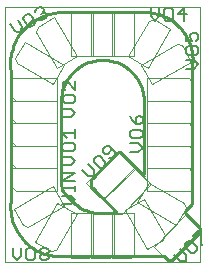
<source format=gto>
G75*
%MOIN*%
%OFA0B0*%
%FSLAX24Y24*%
%IPPOS*%
%LPD*%
%AMOC8*
5,1,8,0,0,1.08239X$1,22.5*
%
%ADD10C,0.0000*%
%ADD11C,0.0100*%
%ADD12C,0.0040*%
%ADD13C,0.0080*%
D10*
X002392Y002517D02*
X002392Y011017D01*
X008892Y011017D01*
X008892Y002517D01*
X002392Y002517D01*
D11*
X002579Y004517D02*
X002574Y004438D01*
X002572Y004359D01*
X002574Y004280D01*
X002580Y004201D01*
X002589Y004122D01*
X002602Y004044D01*
X002619Y003967D01*
X002640Y003891D01*
X002664Y003815D01*
X002691Y003741D01*
X002723Y003669D01*
X002757Y003598D01*
X002795Y003528D01*
X002836Y003461D01*
X002881Y003395D01*
X002928Y003332D01*
X002978Y003271D01*
X003031Y003212D01*
X003087Y003156D01*
X003146Y003103D01*
X003207Y003053D01*
X003270Y003006D01*
X003336Y002961D01*
X003403Y002920D01*
X003473Y002882D01*
X003544Y002848D01*
X003616Y002816D01*
X003690Y002789D01*
X003766Y002765D01*
X003842Y002744D01*
X003919Y002727D01*
X003997Y002714D01*
X004076Y002705D01*
X004155Y002699D01*
X004234Y002697D01*
X004313Y002699D01*
X004392Y002704D01*
X006892Y002704D01*
X007704Y002704D01*
X007829Y002579D01*
X007954Y002579D01*
X008892Y003517D01*
X008892Y003642D01*
X008392Y004142D01*
X008392Y004204D01*
X008642Y004454D01*
X008642Y004579D01*
X008642Y004517D02*
X008642Y009142D01*
X008645Y009220D01*
X008644Y009299D01*
X008639Y009377D01*
X008630Y009455D01*
X008617Y009533D01*
X008601Y009609D01*
X008581Y009685D01*
X008557Y009760D01*
X008530Y009834D01*
X008499Y009906D01*
X008464Y009977D01*
X008426Y010045D01*
X008385Y010112D01*
X008341Y010177D01*
X008293Y010240D01*
X008243Y010300D01*
X008189Y010357D01*
X008133Y010412D01*
X008074Y010464D01*
X008013Y010513D01*
X007949Y010560D01*
X007884Y010602D01*
X007816Y010642D01*
X007746Y010678D01*
X007675Y010711D01*
X007602Y010741D01*
X007528Y010766D01*
X007453Y010789D01*
X007376Y010807D01*
X007299Y010822D01*
X007221Y010833D01*
X007143Y010840D01*
X007065Y010843D01*
X006986Y010842D01*
X006908Y010838D01*
X006830Y010829D01*
X006829Y010829D02*
X004392Y010829D01*
X004310Y010832D01*
X004228Y010831D01*
X004147Y010826D01*
X004065Y010818D01*
X003984Y010805D01*
X003904Y010789D01*
X003825Y010769D01*
X003747Y010745D01*
X003670Y010717D01*
X003594Y010686D01*
X003520Y010652D01*
X003447Y010613D01*
X003377Y010572D01*
X003309Y010527D01*
X003242Y010479D01*
X003179Y010427D01*
X003117Y010373D01*
X003059Y010316D01*
X003003Y010256D01*
X002950Y010194D01*
X002900Y010129D01*
X002853Y010062D01*
X002809Y009993D01*
X002769Y009922D01*
X002732Y009849D01*
X002699Y009774D01*
X002669Y009698D01*
X002643Y009620D01*
X002621Y009541D01*
X002602Y009462D01*
X002587Y009381D01*
X002576Y009300D01*
X002569Y009218D01*
X002566Y009137D01*
X002567Y009055D01*
X002572Y008973D01*
X002580Y008892D01*
X002579Y008892D02*
X002579Y004517D01*
X004267Y005156D02*
X004267Y005454D01*
X004267Y008017D01*
X004278Y008089D01*
X004291Y008162D01*
X004309Y008233D01*
X004331Y008303D01*
X004356Y008372D01*
X004384Y008440D01*
X004417Y008505D01*
X004453Y008570D01*
X004492Y008632D01*
X004534Y008692D01*
X004580Y008749D01*
X004628Y008804D01*
X004679Y008857D01*
X004733Y008907D01*
X004790Y008953D01*
X004849Y008997D01*
X004910Y009038D01*
X004974Y009075D01*
X005039Y009109D01*
X005106Y009139D01*
X005174Y009165D01*
X005244Y009188D01*
X005315Y009208D01*
X005386Y009223D01*
X005459Y009235D01*
X005532Y009243D01*
X005605Y009247D01*
X005679Y009247D01*
X005752Y009243D01*
X005825Y009235D01*
X005898Y009223D01*
X005969Y009208D01*
X006040Y009188D01*
X006110Y009165D01*
X006178Y009139D01*
X006245Y009109D01*
X006310Y009075D01*
X006374Y009038D01*
X006435Y008997D01*
X006494Y008953D01*
X006551Y008907D01*
X006605Y008857D01*
X006656Y008804D01*
X006704Y008749D01*
X006750Y008692D01*
X006792Y008632D01*
X006831Y008570D01*
X006867Y008505D01*
X006900Y008440D01*
X006928Y008372D01*
X006953Y008303D01*
X006975Y008233D01*
X006993Y008162D01*
X007006Y008089D01*
X007017Y008017D01*
X007017Y005454D01*
X007017Y005392D02*
X006267Y006142D01*
X006266Y006141D02*
X006253Y006152D01*
X006238Y006160D01*
X006221Y006165D01*
X006204Y006167D01*
X006187Y006165D01*
X006170Y006160D01*
X006155Y006152D01*
X006142Y006141D01*
X006142Y006142D02*
X005318Y005318D01*
X005318Y005319D02*
X005298Y005296D01*
X005281Y005271D01*
X005267Y005245D01*
X005256Y005216D01*
X005249Y005187D01*
X005245Y005157D01*
X005245Y005127D01*
X005249Y005097D01*
X005256Y005068D01*
X005267Y005039D01*
X005281Y005013D01*
X005298Y004988D01*
X005318Y004965D01*
X006142Y004142D01*
X005567Y004142D01*
X004627Y004531D02*
X004453Y004705D01*
X004454Y004706D02*
X004420Y004742D01*
X004389Y004782D01*
X004361Y004823D01*
X004336Y004867D01*
X004315Y004912D01*
X004298Y004959D01*
X004285Y005007D01*
X004275Y005056D01*
X004269Y005106D01*
X004267Y005156D01*
X004627Y004530D02*
X004678Y004482D01*
X004731Y004437D01*
X004786Y004395D01*
X004843Y004355D01*
X004903Y004319D01*
X004964Y004286D01*
X005026Y004256D01*
X005091Y004229D01*
X005156Y004206D01*
X005223Y004186D01*
X005291Y004170D01*
X005359Y004157D01*
X005428Y004148D01*
X005497Y004143D01*
X005567Y004141D01*
D12*
X005329Y004142D02*
X005329Y002767D01*
X005204Y002642D01*
X004579Y002642D01*
X004579Y004142D01*
X005329Y004142D01*
X005267Y004142D02*
X006017Y004142D01*
X006017Y002767D01*
X005892Y002642D01*
X005267Y002642D01*
X005267Y004142D01*
X004779Y004104D02*
X004091Y002913D01*
X003921Y002867D01*
X003379Y003180D01*
X004129Y004479D01*
X004779Y004104D01*
X004354Y004379D02*
X003163Y003692D01*
X002992Y003738D01*
X002680Y004279D01*
X003979Y005029D01*
X004354Y004379D01*
X004142Y004892D02*
X002767Y004892D01*
X002642Y005017D01*
X002642Y005642D01*
X004142Y005642D01*
X002767Y005642D01*
X002642Y005767D01*
X002642Y006392D01*
X004142Y006392D01*
X004142Y005642D01*
X004142Y004892D01*
X005096Y005126D02*
X006157Y006187D01*
X006687Y005657D01*
X005715Y004685D01*
X005538Y004685D01*
X005096Y005126D01*
X005669Y004564D02*
X006730Y005625D01*
X007260Y005094D01*
X006288Y004122D01*
X006111Y004122D01*
X005669Y004564D01*
X005954Y004142D02*
X006704Y004142D01*
X006704Y002767D01*
X006579Y002642D01*
X005954Y002642D01*
X005954Y004142D01*
X006379Y004229D02*
X007029Y004604D01*
X007716Y003413D01*
X007671Y003242D01*
X007129Y002930D01*
X006379Y004229D01*
X006805Y004504D02*
X007180Y005154D01*
X008370Y004466D01*
X008416Y004296D01*
X008104Y003754D01*
X006805Y004504D01*
X007142Y004892D02*
X007142Y005642D01*
X008517Y005642D01*
X008642Y005517D01*
X008642Y004892D01*
X007142Y004892D01*
X007142Y005642D02*
X007142Y006392D01*
X007142Y007142D01*
X007142Y007892D01*
X008517Y007892D01*
X008642Y007767D01*
X008642Y007142D01*
X007142Y007142D01*
X008517Y007142D01*
X008642Y007017D01*
X008642Y006392D01*
X007142Y006392D01*
X008517Y006392D01*
X008642Y006267D01*
X008642Y005642D01*
X007142Y005642D01*
X008407Y004062D02*
X008937Y003532D01*
X007965Y002560D01*
X007788Y002560D01*
X007346Y003001D01*
X008407Y004062D01*
X008642Y007892D02*
X007142Y007892D01*
X007142Y008642D01*
X008517Y008642D01*
X008642Y008517D01*
X008642Y007892D01*
X008604Y009192D02*
X007305Y008442D01*
X006930Y009091D01*
X008120Y009779D01*
X008291Y009733D01*
X008604Y009192D01*
X007904Y010291D02*
X007154Y008992D01*
X006504Y009367D01*
X007192Y010558D01*
X007363Y010604D01*
X007904Y010291D01*
X006704Y010892D02*
X006704Y009392D01*
X005954Y009392D01*
X005954Y010767D01*
X006079Y010892D01*
X006704Y010892D01*
X006017Y010892D02*
X006017Y009392D01*
X005267Y009392D01*
X005267Y010767D01*
X005392Y010892D01*
X006017Y010892D01*
X005329Y010892D02*
X005329Y009392D01*
X004579Y009392D01*
X004579Y010767D01*
X004704Y010892D01*
X005329Y010892D01*
X004029Y010666D02*
X004779Y009367D01*
X004129Y008992D01*
X003442Y010183D01*
X003488Y010354D01*
X004029Y010666D01*
X003055Y009841D02*
X004354Y009091D01*
X003979Y008442D01*
X002788Y009129D01*
X002742Y009300D01*
X003055Y009841D01*
X002642Y008642D02*
X004142Y008642D01*
X004142Y007892D01*
X002767Y007892D01*
X002642Y008017D01*
X002642Y008642D01*
X002642Y007892D02*
X004142Y007892D01*
X004142Y007142D01*
X004142Y006392D01*
X002767Y006392D01*
X002642Y006517D01*
X002642Y007142D01*
X004142Y007142D01*
X002767Y007142D01*
X002642Y007267D01*
X002642Y007892D01*
D13*
X004319Y007868D02*
X004389Y007798D01*
X004669Y007798D01*
X004739Y007868D01*
X004739Y008009D01*
X004669Y008079D01*
X004389Y008079D01*
X004319Y008009D01*
X004319Y007868D01*
X004319Y007618D02*
X004599Y007618D01*
X004739Y007478D01*
X004599Y007338D01*
X004319Y007338D01*
X004727Y006939D02*
X004727Y006659D01*
X004727Y006799D02*
X004306Y006799D01*
X004446Y006659D01*
X004376Y006479D02*
X004306Y006409D01*
X004306Y006268D01*
X004376Y006198D01*
X004657Y006198D01*
X004727Y006268D01*
X004727Y006409D01*
X004657Y006479D01*
X004376Y006479D01*
X004306Y006018D02*
X004587Y006018D01*
X004727Y005878D01*
X004587Y005738D01*
X004306Y005738D01*
X004306Y005479D02*
X004727Y005479D01*
X004306Y005199D01*
X004727Y005199D01*
X004727Y005032D02*
X004727Y004892D01*
X004727Y004962D02*
X004306Y004962D01*
X004306Y004892D02*
X004306Y005032D01*
X004306Y004712D02*
X004587Y004712D01*
X004727Y004572D01*
X004587Y004432D01*
X004306Y004432D01*
X005169Y005368D02*
X005367Y005368D01*
X005367Y005566D01*
X005169Y005764D01*
X005346Y005842D02*
X005544Y005644D01*
X005643Y005644D01*
X005742Y005743D01*
X005742Y005842D01*
X005544Y006040D01*
X005445Y006040D01*
X005346Y005941D01*
X005346Y005842D01*
X005671Y006168D02*
X005721Y006118D01*
X005820Y006118D01*
X005969Y006267D01*
X006068Y006168D02*
X005869Y006366D01*
X005770Y006366D01*
X005671Y006267D01*
X005671Y006168D01*
X005869Y005970D02*
X005969Y005970D01*
X006068Y006069D01*
X006068Y006168D01*
X006556Y006182D02*
X006837Y006182D01*
X006977Y006322D01*
X006837Y006462D01*
X006556Y006462D01*
X006626Y006642D02*
X006556Y006712D01*
X006556Y006852D01*
X006626Y006922D01*
X006907Y006922D01*
X006977Y006852D01*
X006977Y006712D01*
X006907Y006642D01*
X006626Y006642D01*
X006766Y007102D02*
X006766Y007313D01*
X006837Y007383D01*
X006907Y007383D01*
X006977Y007313D01*
X006977Y007173D01*
X006907Y007102D01*
X006766Y007102D01*
X006626Y007243D01*
X006556Y007383D01*
X004971Y005566D02*
X005169Y005368D01*
X003775Y002990D02*
X003635Y002990D01*
X003565Y002919D01*
X003565Y002849D01*
X003635Y002779D01*
X003775Y002779D01*
X003845Y002709D01*
X003845Y002639D01*
X003775Y002569D01*
X003635Y002569D01*
X003565Y002639D01*
X003565Y002709D01*
X003635Y002779D01*
X003775Y002779D02*
X003845Y002849D01*
X003845Y002919D01*
X003775Y002990D01*
X003385Y002919D02*
X003385Y002639D01*
X003315Y002569D01*
X003175Y002569D01*
X003105Y002639D01*
X003105Y002919D01*
X003175Y002990D01*
X003315Y002990D01*
X003385Y002919D01*
X002924Y002990D02*
X002924Y002709D01*
X002784Y002569D01*
X002644Y002709D01*
X002644Y002990D01*
X004389Y008259D02*
X004319Y008329D01*
X004319Y008469D01*
X004389Y008539D01*
X004459Y008539D01*
X004739Y008259D01*
X004739Y008539D01*
X003362Y010407D02*
X003241Y010337D01*
X003145Y010362D01*
X003005Y010605D01*
X003031Y010701D01*
X003152Y010771D01*
X003248Y010745D01*
X003388Y010502D01*
X003362Y010407D01*
X003544Y010592D02*
X003639Y010567D01*
X003761Y010637D01*
X003786Y010732D01*
X003751Y010793D01*
X003656Y010819D01*
X003595Y010784D01*
X003656Y010819D02*
X003681Y010915D01*
X003646Y010975D01*
X003551Y011001D01*
X003429Y010931D01*
X003404Y010835D01*
X002814Y010575D02*
X002954Y010333D01*
X002903Y010141D01*
X002711Y010193D01*
X002571Y010435D01*
X007244Y010697D02*
X007384Y010557D01*
X007524Y010697D01*
X007524Y010977D01*
X007705Y010907D02*
X007705Y010627D01*
X007775Y010557D01*
X007915Y010557D01*
X007985Y010627D01*
X007985Y010907D01*
X007915Y010977D01*
X007775Y010977D01*
X007705Y010907D01*
X007244Y010977D02*
X007244Y010697D01*
X008165Y010767D02*
X008445Y010767D01*
X008375Y010557D02*
X008375Y010977D01*
X008165Y010767D01*
X008419Y010158D02*
X008419Y009877D01*
X008629Y009877D01*
X008559Y010018D01*
X008559Y010088D01*
X008629Y010158D01*
X008769Y010158D01*
X008839Y010088D01*
X008839Y009948D01*
X008769Y009877D01*
X008769Y009697D02*
X008489Y009697D01*
X008419Y009627D01*
X008419Y009487D01*
X008489Y009417D01*
X008769Y009417D01*
X008839Y009487D01*
X008839Y009627D01*
X008769Y009697D01*
X008699Y009237D02*
X008419Y009237D01*
X008699Y009237D02*
X008839Y009097D01*
X008699Y008957D01*
X008419Y008957D01*
X008872Y003577D02*
X008921Y003528D01*
X008921Y003131D01*
X008971Y003082D01*
X008794Y003004D02*
X008794Y002905D01*
X008695Y002806D01*
X008596Y002806D01*
X008398Y003004D01*
X008398Y003103D01*
X008497Y003202D01*
X008596Y003202D01*
X008794Y003004D01*
X008674Y003379D02*
X008872Y003577D01*
X008221Y002926D02*
X008419Y002728D01*
X008419Y002530D01*
X008221Y002530D01*
X008022Y002728D01*
M02*

</source>
